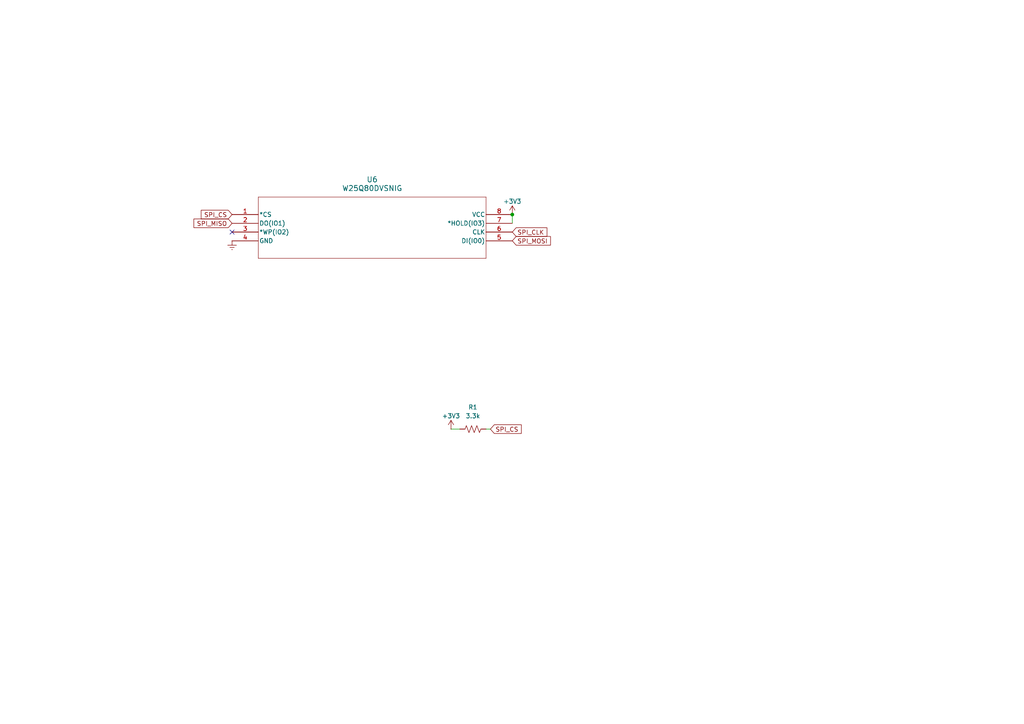
<source format=kicad_sch>
(kicad_sch (version 20231120) (generator "eeschema") (generator_version "8.0")
  (paper "A4")
  (lib_symbols
    (symbol "Device:R_US" (pin_numbers hide) (pin_names (offset 0))
      (property "Reference" "R" (at 2.54 0 90))
      (property "Value" "R_US" (at -2.54 0 90))
      (symbol "R_US_0_1"
        (polyline (pts (xy 0 -2.286) (xy 0 -2.54)))
        (polyline (pts (xy 0 2.286) (xy 0 2.54)))
        (polyline (pts (xy 0 -0.762) (xy 1.016 -1.143) (xy 0 -1.524) (xy -1.016 -1.905) (xy 0 -2.286)))
        (polyline (pts (xy 0 0.762) (xy 1.016 0.381) (xy 0 0) (xy -1.016 -0.381) (xy 0 -0.762)))
        (polyline (pts (xy 0 2.286) (xy 1.016 1.905) (xy 0 1.524) (xy -1.016 1.143) (xy 0 0.762)))
      )
      (symbol "R_US_1_1"
        (pin passive line (at 0 3.81 270) (length 1.27) (name "~") (number "1"))
        (pin passive line (at 0 -3.81 90) (length 1.27) (name "~") (number "2"))
      )
    )
    (symbol "custom:W25Q80DVSNIG" (pin_names (offset 0.254))
      (property "Reference" "U" (at 40.64 10.16 0))
      (property "Value" "W25Q80DVSNIG" (at 40.64 7.62 0))
      (symbol "W25Q80DVSNIG_0_1"
        (polyline (pts (xy 7.62 -12.7) (xy 73.66 -12.7)) (stroke (width 0.127)))
        (polyline (pts (xy 7.62 5.08) (xy 7.62 -12.7)) (stroke (width 0.127)))
        (polyline (pts (xy 73.66 -12.7) (xy 73.66 5.08)) (stroke (width 0.127)))
        (polyline (pts (xy 73.66 5.08) (xy 7.62 5.08)) (stroke (width 0.127)))
        (pin input line (at 0 0 0) (length 7.62) (name "*CS") (number "1"))
        (pin bidirectional line (at 0 -2.54 0) (length 7.62) (name "DO(IO1)") (number "2"))
        (pin bidirectional line (at 0 -5.08 0) (length 7.62) (name "*WP(IO2)") (number "3"))
        (pin power_in line (at 0 -7.62 0) (length 7.62) (name "GND") (number "4"))
        (pin bidirectional line (at 81.28 -7.62 180) (length 7.62) (name "DI(IO0)") (number "5"))
        (pin input line (at 81.28 -5.08 180) (length 7.62) (name "CLK") (number "6"))
        (pin bidirectional line (at 81.28 -2.54 180) (length 7.62) (name "*HOLD(IO3)") (number "7"))
        (pin power_in line (at 81.28 0 180) (length 7.62) (name "VCC") (number "8"))
      )
    )
    (symbol "power:+3V3" (power) (pin_numbers hide) (pin_names (offset 0) hide)
      (property "Value" "+3V3" (at 0 3.556 0))
      (symbol "+3V3_0_1"
        (polyline (pts (xy -0.762 1.27) (xy 0 2.54)))
        (polyline (pts (xy 0 0) (xy 0 2.54)))
        (polyline (pts (xy 0 2.54) (xy 0.762 1.27)))
      )
      (symbol "+3V3_1_1"
        (pin power_in line (at 0 0 90) (length 0) (name "~") (number "1"))
      )
    )
    (symbol "power:Earth" (power) (pin_numbers hide) (pin_names (offset 0) hide)
      (property "Value" "Earth" (at 0 -3.81 0))
      (symbol "Earth_0_1"
        (polyline (pts (xy -0.635 -1.905) (xy 0.635 -1.905)))
        (polyline (pts (xy -0.127 -2.54) (xy 0.127 -2.54)))
        (polyline (pts (xy 0 -1.27) (xy 0 0)))
        (polyline (pts (xy 1.27 -1.27) (xy -1.27 -1.27)))
      )
      (symbol "Earth_1_1"
        (pin power_in line (at 0 0 270) (length 0) (name "~") (number "1"))
      )
    )
  )
  (junction (at 148.59 62.23))
  (no_connect (at 67.31 67.31))
  (wire (pts (xy 142.24 124.46) (xy 140.97 124.46)))
  (wire (pts (xy 148.59 62.23) (xy 148.59 64.77)))
  (wire (pts (xy 130.81 124.46) (xy 133.35 124.46)))
  (global_label "SPI_CS" (shape input) (at 142.24 124.46 0) (property "Intersheetrefs" "${INTERSHEET_REFS}" (effects (hide yes))))
  (global_label "SPI_MISO" (shape input) (at 67.31 64.77 180) (property "Intersheetrefs" "${INTERSHEET_REFS}" (effects (hide yes))))
  (global_label "SPI_CS" (shape input) (at 67.31 62.23 180) (property "Intersheetrefs" "${INTERSHEET_REFS}" (effects (hide yes))))
  (global_label "SPI_MOSI" (shape input) (at 148.59 69.85 0) (property "Intersheetrefs" "${INTERSHEET_REFS}" (effects (hide yes))))
  (global_label "SPI_CLK" (shape input) (at 148.59 67.31 0) (property "Intersheetrefs" "${INTERSHEET_REFS}" (effects (hide yes))))
  (symbol (lib_id "Device:R_US") (at 137.16 124.46 270) (unit 1)
    (property "Reference" "R1" (at 137.16 118.11 90))
    (property "Value" "3.3k" (at 137.16 120.65 90))
    (property "Footprint" "Resistor_SMD:R_0201_0603Metric" (effects (hide yes)))
    (property "Description" "Resistor, US symbol" (effects (hide yes)))
  )
  (symbol (lib_id "power:+3V3") (at 148.59 62.23 0) (unit 1)
    (property "Reference" "#PWR012" (effects (hide yes)))
    (property "Value" "+3V3" (at 148.59 58.42 0))
    (property "Description" "Power symbol creates a global label with name \"+3V3\"" (effects (hide yes)))
  )
  (symbol (lib_id "power:Earth") (at 67.31 69.85 0) (unit 1)
    (property "Reference" "#PWR013" (effects (hide yes)))
    (property "Value" "GND" (effects (hide yes)))
  )
  (symbol (lib_id "custom:W25Q80DVSNIG") (at 67.31 62.23 0) (unit 1)
    (property "Reference" "U6" (at 107.95 52.07 0) (effects (font (size 1.524 1.524))))
    (property "Value" "W25Q80DVSNIG" (at 107.95 54.61 0) (effects (font (size 1.524 1.524))))
    (property "Footprint" "custom:WIN_SN-8_WIN" (effects (hide yes)))
    (property "Datasheet" "W25Q80DVSNIG" (effects (hide yes)))
  )
  (symbol (lib_id "power:+3V3") (at 130.81 124.46 0) (unit 1)
    (property "Reference" "#PWR03" (effects (hide yes)))
    (property "Value" "+3V3" (at 130.81 120.65 0))
    (property "Description" "Power symbol creates a global label with name \"+3V3\"" (effects (hide yes)))
  )
)
</source>
